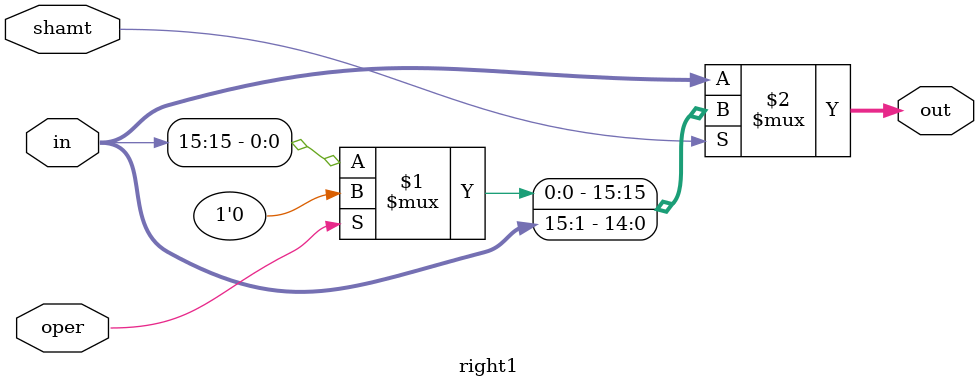
<source format=v>
module right1 (in, shamt, oper, out);
  input [15:0]in;
  input shamt;
  input oper;
  output [15:0]out;

  assign out = shamt ? {oper ?1'b0:in[15], in[15:1]}:in;
endmodule

</source>
